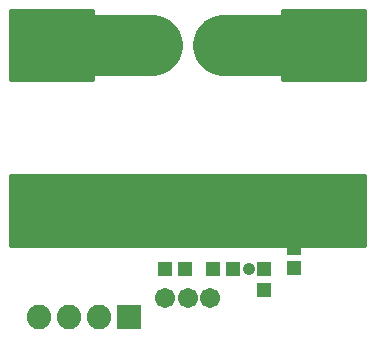
<source format=gbs>
G75*
%MOIN*%
%OFA0B0*%
%FSLAX25Y25*%
%IPPOS*%
%LPD*%
%AMOC8*
5,1,8,0,0,1.08239X$1,22.5*
%
%ADD10C,0.01000*%
%ADD11C,0.20485*%
%ADD12C,0.16548*%
%ADD13C,0.06706*%
%ADD14R,0.05131X0.04737*%
%ADD15R,0.04737X0.05131*%
%ADD16R,0.08200X0.08200*%
%ADD17C,0.08200*%
%ADD18C,0.04369*%
%ADD19C,0.04172*%
D10*
X0121110Y0050244D02*
X0239220Y0050244D01*
X0239220Y0073866D01*
X0121110Y0073866D01*
X0121110Y0069929D01*
X0121110Y0050244D01*
X0121110Y0050700D02*
X0239220Y0050700D01*
X0239220Y0051699D02*
X0121110Y0051699D01*
X0121110Y0052697D02*
X0239220Y0052697D01*
X0239220Y0053696D02*
X0121110Y0053696D01*
X0121110Y0054694D02*
X0239220Y0054694D01*
X0239220Y0055693D02*
X0121110Y0055693D01*
X0121110Y0056691D02*
X0239220Y0056691D01*
X0239220Y0057690D02*
X0121110Y0057690D01*
X0121110Y0058688D02*
X0239220Y0058688D01*
X0239220Y0059687D02*
X0121110Y0059687D01*
X0121110Y0060686D02*
X0239220Y0060686D01*
X0239220Y0061684D02*
X0121110Y0061684D01*
X0121110Y0062683D02*
X0239220Y0062683D01*
X0239220Y0063681D02*
X0121110Y0063681D01*
X0121110Y0064680D02*
X0239220Y0064680D01*
X0239220Y0065678D02*
X0121110Y0065678D01*
X0121110Y0066677D02*
X0239220Y0066677D01*
X0239220Y0067675D02*
X0121110Y0067675D01*
X0121110Y0068674D02*
X0239220Y0068674D01*
X0239220Y0069672D02*
X0121110Y0069672D01*
X0121110Y0070671D02*
X0239220Y0070671D01*
X0239220Y0071669D02*
X0121110Y0071669D01*
X0121110Y0072668D02*
X0239220Y0072668D01*
X0239220Y0073666D02*
X0121110Y0073666D01*
X0121110Y0105362D02*
X0121110Y0128984D01*
X0148669Y0128984D01*
X0148669Y0105362D01*
X0121110Y0105362D01*
X0121110Y0105619D02*
X0148669Y0105619D01*
X0148669Y0106617D02*
X0121110Y0106617D01*
X0121110Y0107616D02*
X0148669Y0107616D01*
X0148669Y0108614D02*
X0121110Y0108614D01*
X0121110Y0109613D02*
X0148669Y0109613D01*
X0148669Y0110611D02*
X0121110Y0110611D01*
X0121110Y0111610D02*
X0148669Y0111610D01*
X0148669Y0112608D02*
X0121110Y0112608D01*
X0121110Y0113607D02*
X0148669Y0113607D01*
X0148669Y0114605D02*
X0121110Y0114605D01*
X0121110Y0115604D02*
X0148669Y0115604D01*
X0148669Y0116602D02*
X0121110Y0116602D01*
X0121110Y0117601D02*
X0148669Y0117601D01*
X0148669Y0118599D02*
X0121110Y0118599D01*
X0121110Y0119598D02*
X0148669Y0119598D01*
X0148669Y0120596D02*
X0121110Y0120596D01*
X0121110Y0121595D02*
X0148669Y0121595D01*
X0148669Y0122593D02*
X0121110Y0122593D01*
X0121110Y0123592D02*
X0148669Y0123592D01*
X0148669Y0124590D02*
X0121110Y0124590D01*
X0121110Y0125589D02*
X0148669Y0125589D01*
X0148669Y0126587D02*
X0121110Y0126587D01*
X0121110Y0127586D02*
X0148669Y0127586D01*
X0148669Y0128584D02*
X0121110Y0128584D01*
X0211661Y0128584D02*
X0239220Y0128584D01*
X0239220Y0128984D02*
X0211661Y0128984D01*
X0211661Y0105362D01*
X0239220Y0105362D01*
X0239220Y0128984D01*
X0239220Y0127586D02*
X0211661Y0127586D01*
X0211661Y0126587D02*
X0239220Y0126587D01*
X0239220Y0125589D02*
X0211661Y0125589D01*
X0211661Y0124590D02*
X0239220Y0124590D01*
X0239220Y0123592D02*
X0211661Y0123592D01*
X0211661Y0122593D02*
X0239220Y0122593D01*
X0239220Y0121595D02*
X0211661Y0121595D01*
X0211661Y0120596D02*
X0239220Y0120596D01*
X0239220Y0119598D02*
X0211661Y0119598D01*
X0211661Y0118599D02*
X0239220Y0118599D01*
X0239220Y0117601D02*
X0211661Y0117601D01*
X0211661Y0116602D02*
X0239220Y0116602D01*
X0239220Y0115604D02*
X0211661Y0115604D01*
X0211661Y0114605D02*
X0239220Y0114605D01*
X0239220Y0113607D02*
X0211661Y0113607D01*
X0211661Y0112608D02*
X0239220Y0112608D01*
X0239220Y0111610D02*
X0211661Y0111610D01*
X0211661Y0110611D02*
X0239220Y0110611D01*
X0239220Y0109613D02*
X0211661Y0109613D01*
X0211661Y0108614D02*
X0239220Y0108614D01*
X0239220Y0107616D02*
X0211661Y0107616D01*
X0211661Y0106617D02*
X0239220Y0106617D01*
X0239220Y0105619D02*
X0211661Y0105619D01*
D11*
X0211661Y0117173D02*
X0191976Y0117173D01*
X0168354Y0117173D02*
X0148669Y0117173D01*
D12*
X0152606Y0117173D02*
X0168354Y0117173D01*
X0191976Y0117173D02*
X0207724Y0117173D01*
D13*
X0187685Y0032921D03*
X0180165Y0032921D03*
X0172646Y0032921D03*
D14*
X0172646Y0042370D03*
X0179339Y0042370D03*
X0188630Y0042370D03*
X0195323Y0042370D03*
D15*
X0205756Y0042370D03*
X0215598Y0042961D03*
X0215598Y0049654D03*
X0205756Y0035677D03*
D16*
X0160480Y0026622D03*
D17*
X0130480Y0026622D03*
X0140480Y0026622D03*
X0150480Y0026622D03*
D18*
X0152606Y0109299D03*
X0147882Y0110874D03*
X0145126Y0114811D03*
X0145126Y0119535D03*
X0147882Y0123472D03*
X0152606Y0125047D03*
X0158118Y0125047D03*
X0163236Y0125047D03*
X0168354Y0125047D03*
X0173079Y0123472D03*
X0175835Y0119535D03*
X0184496Y0119535D03*
X0184496Y0114811D03*
X0187252Y0110874D03*
X0191976Y0109299D03*
X0197488Y0109299D03*
X0202606Y0109299D03*
X0207724Y0109299D03*
X0212449Y0110874D03*
X0215205Y0114811D03*
X0215205Y0119535D03*
X0212449Y0123472D03*
X0207724Y0125047D03*
X0202606Y0125047D03*
X0197488Y0125047D03*
X0191976Y0125047D03*
X0187252Y0123472D03*
X0175835Y0114811D03*
X0173079Y0110874D03*
X0168354Y0109299D03*
X0163236Y0109299D03*
X0158118Y0109299D03*
D19*
X0200638Y0042370D03*
M02*

</source>
